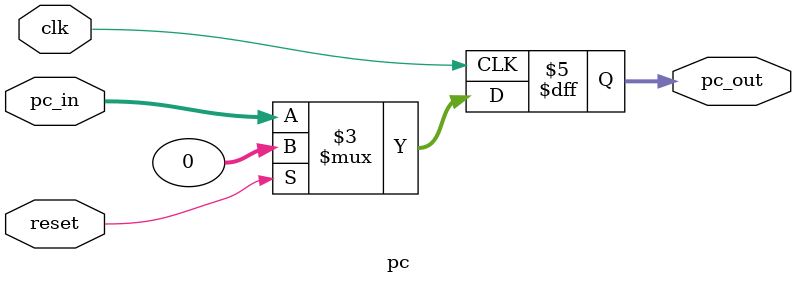
<source format=v>
module pc(
    input wire clk,
    input wire reset, //reset = 0
    input wire [31:0] pc_in, //pc_in = pc_out + 4
    output reg [31:0] pc_out //pc_out = pc_in
);

    always @(negedge clk) begin
        if (reset) begin
            pc_out <= 0;
        end else begin
            pc_out <= pc_in;
        end
    end


endmodule
</source>
